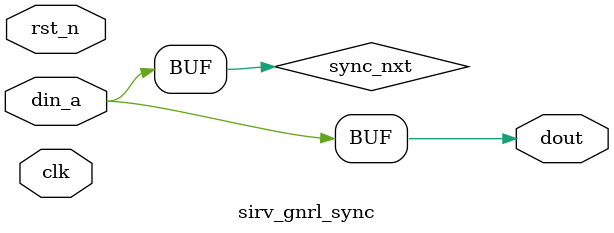
<source format=v>

module sirv_gnrl_cdc_rx
# (
  parameter DW = 32,
  parameter SYNC_DP = 2
) (
  // The 4-phases handshake interface at in-side
  //     There are 4 steps required for a full transaction. 
  //         (1) The i_vld is asserted high 
  //         (2) The i_rdy is asserted high
  //         (3) The i_vld is asserted low 
  //         (4) The i_rdy is asserted low
  input  i_vld_a, 
  output i_rdy, 
  input  [DW-1:0] i_dat,
  // The regular handshake interface at out-side
  //         Just the regular handshake o_vld & o_rdy like AXI
  output o_vld, 
  input  o_rdy, 
  output [DW-1:0] o_dat,

  input  clk,
  input  rst_n 
);

// Synchronize the asynchronous input signal
wire i_vld_sync;
sirv_gnrl_sync #(.DP(SYNC_DP), .DW(1)) u_i_vld_sync (
     .clk   (clk),
     .rst_n (rst_n),
     .din_a (i_vld_a),
     .dout  (i_vld_sync)
);

// D-type flip-flop to capture the synchronized input signal
reg i_vld_sync_r = 1'b0;
always @(posedge clk, negedge rst_n) begin
    if (!rst_n) begin
        i_vld_sync_r <= 1'b0;
    end else begin
        i_vld_sync_r <= i_vld_sync;
    end
end

// Set or clear the input ready signal based on the synchronized input signal
wire buf_rdy;
reg i_rdy_r = 1'b0;
wire i_rdy_set = buf_rdy & i_vld_sync & (~i_rdy_r);
wire i_rdy_clr = ~i_vld_sync & i_vld_sync_r;
wire i_rdy_ena = i_rdy_set | i_rdy_clr;
wire i_rdy_nxt = i_rdy_set | (~i_rdy_clr);
always @(posedge clk, negedge rst_n) begin
    if (!rst_n) begin
        i_rdy_r <= 1'b0;
    end else if (i_rdy_ena) begin
        i_rdy_r <= i_rdy_nxt;
    end
end
assign i_rdy = i_rdy_r;

// D-type flip-flop to capture the input data
reg [DW-1:0] buf_dat_r = {DW{1'b0}};
wire buf_dat_ena = i_rdy_set;
always @(posedge clk, negedge rst_n) begin
    if (!rst_n) begin
        buf_dat_r <= {DW{1'b0}};
    end else if (buf_dat_ena) begin
        buf_dat_r <= i_dat;
    end
end

// Set or clear the buffer valid signal based on the output ready signal
reg buf_vld_r = 1'b0;
wire buf_vld_set = buf_dat_ena;
wire buf_vld_clr = o_vld & o_rdy;
wire buf_vld_ena = buf_vld_set | buf_vld_clr;
wire buf_vld_nxt = buf_vld_set | (~buf_vld_clr);
always @(posedge clk, negedge rst_n) begin
    if (!rst_n) begin
        buf_vld_r <= 1'b0;
    end else if (buf_vld_ena) begin
        buf_vld_r <= buf_vld_nxt;
    end
end
assign buf_rdy = ~buf_vld_r;

// Output the buffer data
assign o_vld = buf_vld_r;
assign o_dat = buf_dat_r;

endmodule
module sirv_gnrl_sync
# (
  parameter DP = 1,
  parameter DW = 1
) (
  input  clk,
  input  rst_n,
  input  din_a,
  output dout
);

reg [DP*DW-1:0] sync_r = {DP*DW{1'b0}};

wire [DP*DW-1:0] sync_nxt;
genvar i;
for (i = 0; i < DP*DW; i = i + 1) begin
    if (i == 0)
        assign sync_nxt[i] = din_a;
    else
        assign sync_nxt[i] = sync_r[i-1] | (din_a & ~sync_r[i]);
end

always @(posedge clk, negedge rst_n) begin
    if (!rst_n) begin
        sync_r <= {DP*DW{1'b0}};
    end else begin
        sync_r <= sync_nxt;
    end
end

assign dout = sync_nxt[DP*DW-1];

endmodule
</source>
